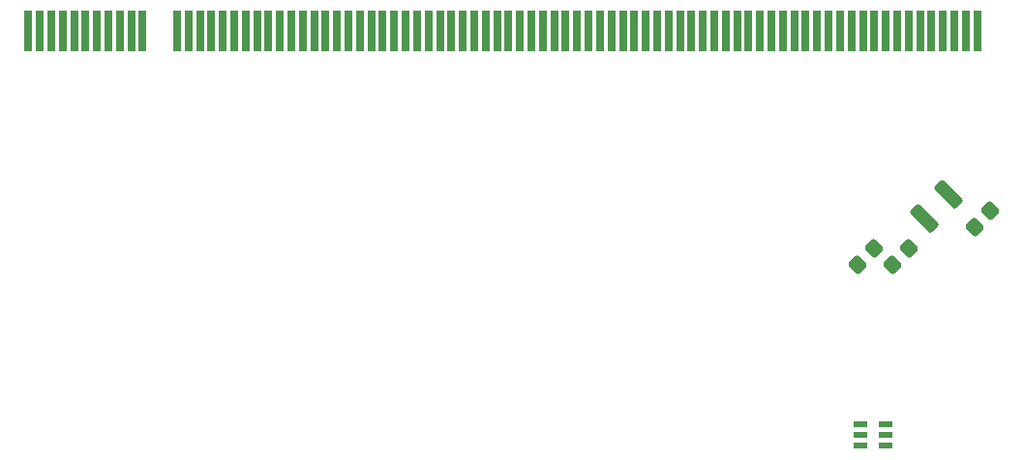
<source format=gbr>
%TF.GenerationSoftware,KiCad,Pcbnew,8.0.5*%
%TF.CreationDate,2024-10-29T15:45:57-04:00*%
%TF.ProjectId,Controller,436f6e74-726f-46c6-9c65-722e6b696361,rev?*%
%TF.SameCoordinates,Original*%
%TF.FileFunction,Paste,Top*%
%TF.FilePolarity,Positive*%
%FSLAX46Y46*%
G04 Gerber Fmt 4.6, Leading zero omitted, Abs format (unit mm)*
G04 Created by KiCad (PCBNEW 8.0.5) date 2024-10-29 15:45:57*
%MOMM*%
%LPD*%
G01*
G04 APERTURE LIST*
G04 Aperture macros list*
%AMRoundRect*
0 Rectangle with rounded corners*
0 $1 Rounding radius*
0 $2 $3 $4 $5 $6 $7 $8 $9 X,Y pos of 4 corners*
0 Add a 4 corners polygon primitive as box body*
4,1,4,$2,$3,$4,$5,$6,$7,$8,$9,$2,$3,0*
0 Add four circle primitives for the rounded corners*
1,1,$1+$1,$2,$3*
1,1,$1+$1,$4,$5*
1,1,$1+$1,$6,$7*
1,1,$1+$1,$8,$9*
0 Add four rect primitives between the rounded corners*
20,1,$1+$1,$2,$3,$4,$5,0*
20,1,$1+$1,$4,$5,$6,$7,0*
20,1,$1+$1,$6,$7,$8,$9,0*
20,1,$1+$1,$8,$9,$2,$3,0*%
G04 Aperture macros list end*
%ADD10RoundRect,0.250000X-0.070711X0.565685X-0.565685X0.070711X0.070711X-0.565685X0.565685X-0.070711X0*%
%ADD11RoundRect,0.250000X-0.548008X1.007627X-1.007627X0.548008X0.548008X-1.007627X1.007627X-0.548008X0*%
%ADD12RoundRect,0.250000X0.070711X-0.565685X0.565685X-0.070711X-0.070711X0.565685X-0.565685X0.070711X0*%
%ADD13R,1.200000X0.600000*%
%ADD14R,0.700000X3.600000*%
G04 APERTURE END LIST*
D10*
%TO.C,R3*%
X223712107Y-62492893D03*
X222297893Y-63907107D03*
%TD*%
D11*
%TO.C,C6*%
X227222500Y-57725000D03*
X225136534Y-59810966D03*
%TD*%
D10*
%TO.C,R1*%
X220712107Y-62492893D03*
X219297893Y-63907107D03*
%TD*%
D12*
%TO.C,R4*%
X229472500Y-60607107D03*
X230886714Y-59192893D03*
%TD*%
D13*
%TO.C,U2*%
X219505000Y-77850000D03*
X219505000Y-78800000D03*
X219505000Y-79750000D03*
X221705000Y-79750000D03*
X221705000Y-78800000D03*
X221705000Y-77850000D03*
%TD*%
D14*
%TO.C,J2*%
X146725000Y-43450000D03*
X147725000Y-43450000D03*
X148725000Y-43450000D03*
X149725000Y-43450000D03*
X150725000Y-43450000D03*
X151725000Y-43450000D03*
X152725000Y-43450000D03*
X153725000Y-43450000D03*
X154725000Y-43450000D03*
X155725000Y-43450000D03*
X156725000Y-43450000D03*
X159725000Y-43450000D03*
X160725000Y-43450000D03*
X161725000Y-43450000D03*
X162725000Y-43450000D03*
X163725000Y-43450000D03*
X164725000Y-43450000D03*
X165725000Y-43450000D03*
X166725000Y-43450000D03*
X167725000Y-43450000D03*
X168725000Y-43450000D03*
X169725000Y-43450000D03*
X170725000Y-43450000D03*
X171725000Y-43450000D03*
X172725000Y-43450000D03*
X173725000Y-43450000D03*
X174725000Y-43450000D03*
X175725000Y-43450000D03*
X176725000Y-43450000D03*
X177725000Y-43450000D03*
X178725000Y-43450000D03*
X179725000Y-43450000D03*
X180725000Y-43450000D03*
X181725000Y-43450000D03*
X182725000Y-43450000D03*
X183725000Y-43450000D03*
X184725000Y-43450000D03*
X185725000Y-43450000D03*
X186725000Y-43450000D03*
X187725000Y-43450000D03*
X188725000Y-43450000D03*
X189725000Y-43450000D03*
X190725000Y-43450000D03*
X191725000Y-43450000D03*
X192725000Y-43450000D03*
X193725000Y-43450000D03*
X194725000Y-43450000D03*
X195725000Y-43450000D03*
X196725000Y-43450000D03*
X197725000Y-43450000D03*
X198725000Y-43450000D03*
X199725000Y-43450000D03*
X200725000Y-43450000D03*
X201725000Y-43450000D03*
X202725000Y-43450000D03*
X203725000Y-43450000D03*
X204725000Y-43450000D03*
X205725000Y-43450000D03*
X206725000Y-43450000D03*
X207725000Y-43450000D03*
X208725000Y-43450000D03*
X209725000Y-43450000D03*
X210725000Y-43450000D03*
X211725000Y-43450000D03*
X212725000Y-43450000D03*
X213725000Y-43450000D03*
X214725000Y-43450000D03*
X215725000Y-43450000D03*
X216725000Y-43450000D03*
X217725000Y-43450000D03*
X218725000Y-43450000D03*
X219725000Y-43450000D03*
X220725000Y-43450000D03*
X221725000Y-43450000D03*
X222725000Y-43450000D03*
X223725000Y-43450000D03*
X224725000Y-43450000D03*
X225725000Y-43450000D03*
X226725000Y-43450000D03*
X227725000Y-43450000D03*
X228725000Y-43450000D03*
X229725000Y-43450000D03*
%TD*%
M02*

</source>
